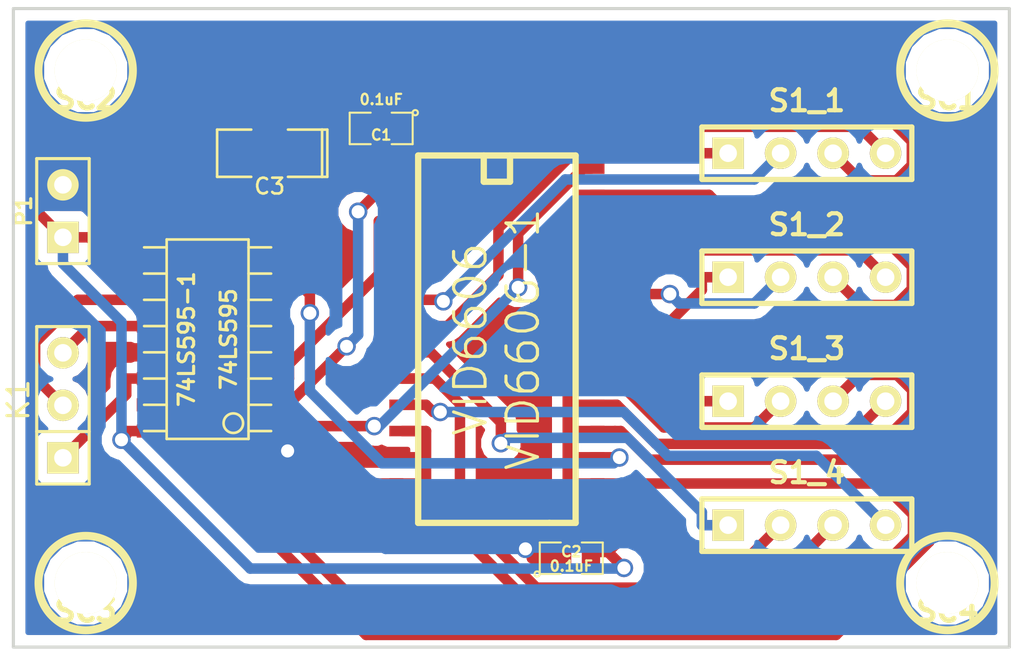
<source format=kicad_pcb>
(kicad_pcb (version 3) (host pcbnew "(2013-07-07 BZR 4022)-stable")

  (general
    (links 41)
    (no_connects 0)
    (area 158.9532 88.58504 208.567666 120.726201)
    (thickness 1.6)
    (drawings 4)
    (tracks 237)
    (zones 0)
    (modules 15)
    (nets 30)
  )

  (page A3)
  (layers
    (15 F.Cu signal)
    (0 B.Cu signal)
    (16 B.Adhes user)
    (17 F.Adhes user)
    (18 B.Paste user)
    (19 F.Paste user)
    (20 B.SilkS user)
    (21 F.SilkS user)
    (22 B.Mask user)
    (23 F.Mask user)
    (24 Dwgs.User user)
    (25 Cmts.User user)
    (26 Eco1.User user)
    (27 Eco2.User user)
    (28 Edge.Cuts user)
  )

  (setup
    (last_trace_width 0.508)
    (trace_clearance 0.254)
    (zone_clearance 0.508)
    (zone_45_only no)
    (trace_min 0.254)
    (segment_width 0.2)
    (edge_width 0.15)
    (via_size 0.889)
    (via_drill 0.635)
    (via_min_size 0.889)
    (via_min_drill 0.508)
    (uvia_size 0.508)
    (uvia_drill 0.127)
    (uvias_allowed no)
    (uvia_min_size 0.508)
    (uvia_min_drill 0.127)
    (pcb_text_width 0.3)
    (pcb_text_size 1.5 1.5)
    (mod_edge_width 0.15)
    (mod_text_size 1.5 1.5)
    (mod_text_width 0.15)
    (pad_size 1.524 1.524)
    (pad_drill 0.85)
    (pad_to_mask_clearance 0.2)
    (aux_axis_origin 0 0)
    (visible_elements 7FFFFFFF)
    (pcbplotparams
      (layerselection 3178497)
      (usegerberextensions true)
      (excludeedgelayer true)
      (linewidth 0.100000)
      (plotframeref false)
      (viasonmask false)
      (mode 1)
      (useauxorigin false)
      (hpglpennumber 1)
      (hpglpenspeed 20)
      (hpglpendiameter 15)
      (hpglpenoverlay 2)
      (psnegative false)
      (psa4output false)
      (plotreference true)
      (plotvalue true)
      (plotothertext true)
      (plotinvisibletext false)
      (padsonsilk false)
      (subtractmaskfromsilk false)
      (outputformat 1)
      (mirror false)
      (drillshape 1)
      (scaleselection 1)
      (outputdirectory ""))
  )

  (net 0 "")
  (net 1 /RCLK1)
  (net 2 GND)
  (net 3 N-0000014)
  (net 4 N-0000015)
  (net 5 N-0000016)
  (net 6 N-0000017)
  (net 7 N-0000018)
  (net 8 N-0000019)
  (net 9 N-0000020)
  (net 10 N-0000021)
  (net 11 N-0000022)
  (net 12 N-0000023)
  (net 13 N-0000024)
  (net 14 N-0000025)
  (net 15 N-0000026)
  (net 16 N-0000027)
  (net 17 N-0000028)
  (net 18 N-0000029)
  (net 19 N-000003)
  (net 20 N-0000030)
  (net 21 N-0000031)
  (net 22 N-0000032)
  (net 23 N-0000033)
  (net 24 N-0000034)
  (net 25 N-000004)
  (net 26 N-000005)
  (net 27 N-000006)
  (net 28 N-000007)
  (net 29 VCC)

  (net_class Default "This is the default net class."
    (clearance 0.254)
    (trace_width 0.508)
    (via_dia 0.889)
    (via_drill 0.635)
    (uvia_dia 0.508)
    (uvia_drill 0.127)
    (add_net "")
    (add_net /RCLK1)
    (add_net GND)
    (add_net N-0000014)
    (add_net N-0000015)
    (add_net N-0000016)
    (add_net N-0000017)
    (add_net N-0000018)
    (add_net N-0000019)
    (add_net N-0000020)
    (add_net N-0000021)
    (add_net N-0000022)
    (add_net N-0000023)
    (add_net N-0000024)
    (add_net N-0000025)
    (add_net N-0000026)
    (add_net N-0000027)
    (add_net N-0000028)
    (add_net N-0000029)
    (add_net N-000003)
    (add_net N-0000030)
    (add_net N-0000031)
    (add_net N-0000032)
    (add_net N-0000033)
    (add_net N-0000034)
    (add_net N-000004)
    (add_net N-000005)
    (add_net N-000006)
    (add_net N-000007)
    (add_net VCC)
  )

  (module so-16 (layer F.Cu) (tedit 48A6B110) (tstamp 5358A617)
    (at 169 105 90)
    (descr SO-16)
    (path /52592156)
    (attr smd)
    (fp_text reference 74LS595-1 (at 0 -1.016 90) (layer F.SilkS)
      (effects (font (size 0.7493 0.7493) (thickness 0.14986)))
    )
    (fp_text value 74LS595 (at 0 1.016 90) (layer F.SilkS)
      (effects (font (size 0.7493 0.7493) (thickness 0.14986)))
    )
    (fp_line (start -1.905 -1.9812) (end -1.905 -3.0734) (layer F.SilkS) (width 0.127))
    (fp_line (start -0.635 -1.9812) (end -0.635 -3.0734) (layer F.SilkS) (width 0.127))
    (fp_line (start 0.635 -1.9812) (end 0.635 -3.0734) (layer F.SilkS) (width 0.127))
    (fp_line (start -3.175 -1.9812) (end -3.175 -3.0734) (layer F.SilkS) (width 0.127))
    (fp_line (start -4.445 -3.0734) (end -4.445 -1.9812) (layer F.SilkS) (width 0.127))
    (fp_line (start 1.905 -3.0734) (end 1.905 -1.9812) (layer F.SilkS) (width 0.127))
    (fp_line (start 3.175 -3.0734) (end 3.175 -1.9812) (layer F.SilkS) (width 0.127))
    (fp_line (start 4.445 -3.0734) (end 4.445 -1.9812) (layer F.SilkS) (width 0.127))
    (fp_line (start 4.445 1.9812) (end 4.445 3.0734) (layer F.SilkS) (width 0.127))
    (fp_line (start 3.175 1.9812) (end 3.175 3.0734) (layer F.SilkS) (width 0.127))
    (fp_line (start 1.905 1.9812) (end 1.905 3.0734) (layer F.SilkS) (width 0.127))
    (fp_line (start -4.445 1.9812) (end -4.445 3.0734) (layer F.SilkS) (width 0.127))
    (fp_line (start -3.175 3.0734) (end -3.175 1.9812) (layer F.SilkS) (width 0.127))
    (fp_line (start 0.635 3.0734) (end 0.635 1.9812) (layer F.SilkS) (width 0.127))
    (fp_line (start -0.635 3.0734) (end -0.635 1.9812) (layer F.SilkS) (width 0.127))
    (fp_line (start -1.905 3.0734) (end -1.905 1.9812) (layer F.SilkS) (width 0.127))
    (fp_circle (center -4.064 1.2446) (end -4.3434 1.6256) (layer F.SilkS) (width 0.127))
    (fp_line (start -4.826 -1.9812) (end -4.826 1.9812) (layer F.SilkS) (width 0.127))
    (fp_line (start -4.826 1.9812) (end 4.826 1.9812) (layer F.SilkS) (width 0.127))
    (fp_line (start 4.826 1.9812) (end 4.826 -1.9812) (layer F.SilkS) (width 0.127))
    (fp_line (start 4.826 -1.9812) (end -4.826 -1.9812) (layer F.SilkS) (width 0.127))
    (pad 1 smd rect (at -4.445 2.794 90) (size 0.635 1.27)
      (layers F.Cu F.Paste F.Mask)
      (net 15 N-0000026)
    )
    (pad 2 smd rect (at -3.175 2.794 90) (size 0.635 1.27)
      (layers F.Cu F.Paste F.Mask)
      (net 20 N-0000030)
    )
    (pad 3 smd rect (at -1.905 2.794 90) (size 0.635 1.27)
      (layers F.Cu F.Paste F.Mask)
      (net 21 N-0000031)
    )
    (pad 4 smd rect (at -0.635 2.794 90) (size 0.635 1.27)
      (layers F.Cu F.Paste F.Mask)
      (net 8 N-0000019)
    )
    (pad 5 smd rect (at 0.635 2.794 90) (size 0.635 1.27)
      (layers F.Cu F.Paste F.Mask)
      (net 27 N-000006)
    )
    (pad 6 smd rect (at 1.905 2.794 90) (size 0.635 1.27)
      (layers F.Cu F.Paste F.Mask)
      (net 28 N-000007)
    )
    (pad 7 smd rect (at 3.175 2.794 90) (size 0.635 1.27)
      (layers F.Cu F.Paste F.Mask)
      (net 25 N-000004)
    )
    (pad 8 smd rect (at 4.445 2.794 90) (size 0.635 1.27)
      (layers F.Cu F.Paste F.Mask)
      (net 2 GND)
    )
    (pad 9 smd rect (at 4.445 -2.794 90) (size 0.635 1.27)
      (layers F.Cu F.Paste F.Mask)
    )
    (pad 10 smd rect (at 3.175 -2.794 90) (size 0.635 1.27)
      (layers F.Cu F.Paste F.Mask)
      (net 29 VCC)
    )
    (pad 11 smd rect (at 1.905 -2.794 90) (size 0.635 1.27)
      (layers F.Cu F.Paste F.Mask)
      (net 26 N-000005)
    )
    (pad 12 smd rect (at 0.635 -2.794 90) (size 0.635 1.27)
      (layers F.Cu F.Paste F.Mask)
      (net 1 /RCLK1)
    )
    (pad 13 smd rect (at -0.635 -2.794 90) (size 0.635 1.27)
      (layers F.Cu F.Paste F.Mask)
      (net 2 GND)
    )
    (pad 14 smd rect (at -1.905 -2.794 90) (size 0.635 1.27)
      (layers F.Cu F.Paste F.Mask)
      (net 19 N-000003)
    )
    (pad 15 smd rect (at -3.175 -2.794 90) (size 0.635 1.27)
      (layers F.Cu F.Paste F.Mask)
      (net 13 N-0000024)
    )
    (pad 16 smd rect (at -4.445 -2.794 90) (size 0.635 1.27)
      (layers F.Cu F.Paste F.Mask)
      (net 29 VCC)
    )
    (model smd/smd_dil/so-16.wrl
      (at (xyz 0 0 0))
      (scale (xyz 1 1 1))
      (rotate (xyz 0 0 0))
    )
  )

  (module PIN_ARRAY_4x1 (layer F.Cu) (tedit 5358B128) (tstamp 5358A64A)
    (at 198 96)
    (descr "Double rangee de contacts 2 x 5 pins")
    (tags CONN)
    (path /52500EA9)
    (fp_text reference S1_1 (at 0 -2.54) (layer F.SilkS)
      (effects (font (size 1.016 1.016) (thickness 0.2032)))
    )
    (fp_text value CONN_4 (at 0 2.54) (layer F.SilkS) hide
      (effects (font (size 1.016 1.016) (thickness 0.2032)))
    )
    (fp_line (start 5.08 1.27) (end -5.08 1.27) (layer F.SilkS) (width 0.254))
    (fp_line (start 5.08 -1.27) (end -5.08 -1.27) (layer F.SilkS) (width 0.254))
    (fp_line (start -5.08 -1.27) (end -5.08 1.27) (layer F.SilkS) (width 0.254))
    (fp_line (start 5.08 1.27) (end 5.08 -1.27) (layer F.SilkS) (width 0.254))
    (pad 1 thru_hole rect (at -3.81 0) (size 1.524 1.524) (drill 0.85)
      (layers *.Cu *.Mask F.SilkS)
      (net 17 N-0000028)
    )
    (pad 2 thru_hole circle (at -1.27 0) (size 1.524 1.524) (drill 0.85)
      (layers *.Cu *.Mask F.SilkS)
      (net 18 N-0000029)
    )
    (pad 3 thru_hole circle (at 1.27 0) (size 1.524 1.524) (drill 0.85)
      (layers *.Cu *.Mask F.SilkS)
      (net 22 N-0000032)
    )
    (pad 4 thru_hole circle (at 3.81 0) (size 1.524 1.524) (drill 0.85)
      (layers *.Cu *.Mask F.SilkS)
      (net 23 N-0000033)
    )
    (model pin_array\pins_array_4x1.wrl
      (at (xyz 0 0 0))
      (scale (xyz 1 1 1))
      (rotate (xyz 0 0 0))
    )
  )

  (module PIN_ARRAY_4x1 (layer F.Cu) (tedit 4C10F42E) (tstamp 5358A656)
    (at 198 102)
    (descr "Double rangee de contacts 2 x 5 pins")
    (tags CONN)
    (path /52500EB8)
    (fp_text reference S1_2 (at 0 -2.54) (layer F.SilkS)
      (effects (font (size 1.016 1.016) (thickness 0.2032)))
    )
    (fp_text value CONN_4 (at 0 2.54) (layer F.SilkS) hide
      (effects (font (size 1.016 1.016) (thickness 0.2032)))
    )
    (fp_line (start 5.08 1.27) (end -5.08 1.27) (layer F.SilkS) (width 0.254))
    (fp_line (start 5.08 -1.27) (end -5.08 -1.27) (layer F.SilkS) (width 0.254))
    (fp_line (start -5.08 -1.27) (end -5.08 1.27) (layer F.SilkS) (width 0.254))
    (fp_line (start 5.08 1.27) (end 5.08 -1.27) (layer F.SilkS) (width 0.254))
    (pad 1 thru_hole rect (at -3.81 0) (size 1.524 1.524) (drill 0.85)
      (layers *.Cu *.Mask F.SilkS)
      (net 7 N-0000018)
    )
    (pad 2 thru_hole circle (at -1.27 0) (size 1.524 1.524) (drill 0.85)
      (layers *.Cu *.Mask F.SilkS)
      (net 9 N-0000020)
    )
    (pad 3 thru_hole circle (at 1.27 0) (size 1.524 1.524) (drill 0.85)
      (layers *.Cu *.Mask F.SilkS)
      (net 11 N-0000022)
    )
    (pad 4 thru_hole circle (at 3.81 0) (size 1.524 1.524) (drill 0.85)
      (layers *.Cu *.Mask F.SilkS)
      (net 10 N-0000021)
    )
    (model pin_array\pins_array_4x1.wrl
      (at (xyz 0 0 0))
      (scale (xyz 1 1 1))
      (rotate (xyz 0 0 0))
    )
  )

  (module PIN_ARRAY_4x1 (layer F.Cu) (tedit 5358B102) (tstamp 5358A662)
    (at 198 108)
    (descr "Double rangee de contacts 2 x 5 pins")
    (tags CONN)
    (path /52500EC7)
    (fp_text reference S1_3 (at 0 -2.54) (layer F.SilkS)
      (effects (font (size 1.016 1.016) (thickness 0.2032)))
    )
    (fp_text value CONN_4 (at 0 2.54) (layer F.SilkS) hide
      (effects (font (size 1.016 1.016) (thickness 0.2032)))
    )
    (fp_line (start 5.08 1.27) (end -5.08 1.27) (layer F.SilkS) (width 0.254))
    (fp_line (start 5.08 -1.27) (end -5.08 -1.27) (layer F.SilkS) (width 0.254))
    (fp_line (start -5.08 -1.27) (end -5.08 1.27) (layer F.SilkS) (width 0.254))
    (fp_line (start 5.08 1.27) (end 5.08 -1.27) (layer F.SilkS) (width 0.254))
    (pad 1 thru_hole rect (at -3.81 0) (size 1.524 1.524) (drill 0.85)
      (layers *.Cu *.Mask F.SilkS)
      (net 6 N-0000017)
    )
    (pad 2 thru_hole circle (at -1.27 0) (size 1.524 1.524) (drill 0.85)
      (layers *.Cu *.Mask F.SilkS)
      (net 4 N-0000015)
    )
    (pad 3 thru_hole circle (at 1.27 0) (size 1.524 1.524) (drill 0.85)
      (layers *.Cu *.Mask F.SilkS)
      (net 14 N-0000025)
    )
    (pad 4 thru_hole circle (at 3.81 0) (size 1.524 1.524) (drill 0.85)
      (layers *.Cu *.Mask F.SilkS)
      (net 16 N-0000027)
    )
    (model pin_array\pins_array_4x1.wrl
      (at (xyz 0 0 0))
      (scale (xyz 1 1 1))
      (rotate (xyz 0 0 0))
    )
  )

  (module PIN_ARRAY_4x1 (layer F.Cu) (tedit 4C10F42E) (tstamp 5358A66E)
    (at 198 114)
    (descr "Double rangee de contacts 2 x 5 pins")
    (tags CONN)
    (path /52500ED6)
    (fp_text reference S1_4 (at 0 -2.54) (layer F.SilkS)
      (effects (font (size 1.016 1.016) (thickness 0.2032)))
    )
    (fp_text value CONN_4 (at 0 2.54) (layer F.SilkS) hide
      (effects (font (size 1.016 1.016) (thickness 0.2032)))
    )
    (fp_line (start 5.08 1.27) (end -5.08 1.27) (layer F.SilkS) (width 0.254))
    (fp_line (start 5.08 -1.27) (end -5.08 -1.27) (layer F.SilkS) (width 0.254))
    (fp_line (start -5.08 -1.27) (end -5.08 1.27) (layer F.SilkS) (width 0.254))
    (fp_line (start 5.08 1.27) (end 5.08 -1.27) (layer F.SilkS) (width 0.254))
    (pad 1 thru_hole rect (at -3.81 0) (size 1.524 1.524) (drill 0.85)
      (layers *.Cu *.Mask F.SilkS)
      (net 24 N-0000034)
    )
    (pad 2 thru_hole circle (at -1.27 0) (size 1.524 1.524) (drill 0.85)
      (layers *.Cu *.Mask F.SilkS)
      (net 12 N-0000023)
    )
    (pad 3 thru_hole circle (at 1.27 0) (size 1.524 1.524) (drill 0.85)
      (layers *.Cu *.Mask F.SilkS)
      (net 5 N-0000016)
    )
    (pad 4 thru_hole circle (at 3.81 0) (size 1.524 1.524) (drill 0.85)
      (layers *.Cu *.Mask F.SilkS)
      (net 3 N-0000014)
    )
    (model pin_array\pins_array_4x1.wrl
      (at (xyz 0 0 0))
      (scale (xyz 1 1 1))
      (rotate (xyz 0 0 0))
    )
  )

  (module PIN_ARRAY_3X1 (layer F.Cu) (tedit 5358B13A) (tstamp 5358A67A)
    (at 162 108.2 90)
    (descr "Connecteur 3 pins")
    (tags "CONN DEV")
    (path /5358A667)
    (fp_text reference K1 (at 0.254 -2.159 90) (layer F.SilkS)
      (effects (font (size 1.016 1.016) (thickness 0.1524)))
    )
    (fp_text value CONN_3 (at 0 -2.159 90) (layer F.SilkS) hide
      (effects (font (size 1.016 1.016) (thickness 0.1524)))
    )
    (fp_line (start -3.81 1.27) (end -3.81 -1.27) (layer F.SilkS) (width 0.1524))
    (fp_line (start -3.81 -1.27) (end 3.81 -1.27) (layer F.SilkS) (width 0.1524))
    (fp_line (start 3.81 -1.27) (end 3.81 1.27) (layer F.SilkS) (width 0.1524))
    (fp_line (start 3.81 1.27) (end -3.81 1.27) (layer F.SilkS) (width 0.1524))
    (fp_line (start -1.27 -1.27) (end -1.27 1.27) (layer F.SilkS) (width 0.1524))
    (pad 1 thru_hole rect (at -2.54 0 90) (size 1.524 1.524) (drill 0.85)
      (layers *.Cu *.Mask F.SilkS)
      (net 19 N-000003)
    )
    (pad 2 thru_hole circle (at 0 0 90) (size 1.524 1.524) (drill 0.85)
      (layers *.Cu *.Mask F.SilkS)
      (net 26 N-000005)
    )
    (pad 3 thru_hole circle (at 2.54 0 90) (size 1.524 1.524) (drill 0.85)
      (layers *.Cu *.Mask F.SilkS)
      (net 1 /RCLK1)
    )
    (model pin_array/pins_array_3x1.wrl
      (at (xyz 0 0 0))
      (scale (xyz 1 1 1))
      (rotate (xyz 0 0 0))
    )
  )

  (module SO28 (layer F.Cu) (tedit 428070DF) (tstamp 5358A5EE)
    (at 183 105 270)
    (descr "Module CMS SO 28 pins large")
    (tags "CMS SOJ SO SOIC")
    (path /5254BB57)
    (attr smd)
    (fp_text reference VID6606-1 (at 0 -1.26492 270) (layer F.SilkS)
      (effects (font (size 1.524 1.524) (thickness 0.1524)))
    )
    (fp_text value VID6606 (at 0 1.27 270) (layer F.SilkS)
      (effects (font (size 1.524 1.524) (thickness 0.1524)))
    )
    (fp_line (start 8.89 -2.54) (end 8.89 3.81) (layer F.SilkS) (width 0.3048))
    (fp_line (start 8.89 3.81) (end -8.89 3.81) (layer F.SilkS) (width 0.3048))
    (fp_line (start -8.89 3.81) (end -8.89 -3.81) (layer F.SilkS) (width 0.3048))
    (fp_line (start -8.89 -3.81) (end 8.89 -3.81) (layer F.SilkS) (width 0.3048))
    (fp_line (start 8.89 -3.81) (end 8.89 -2.54) (layer F.SilkS) (width 0.3048))
    (fp_line (start -8.89 -0.635) (end -7.62 -0.635) (layer F.SilkS) (width 0.3048))
    (fp_line (start -7.62 -0.635) (end -7.62 0.635) (layer F.SilkS) (width 0.3048))
    (fp_line (start -7.62 0.635) (end -8.89 0.635) (layer F.SilkS) (width 0.3048))
    (pad 1 smd rect (at -8.255 4.572 270) (size 0.508 1.27)
      (layers F.Cu F.Paste F.Mask)
      (net 29 VCC)
    )
    (pad 2 smd rect (at -6.985 4.572 270) (size 0.508 1.27)
      (layers F.Cu F.Paste F.Mask)
      (net 20 N-0000030)
    )
    (pad 3 smd rect (at -5.715 4.572 270) (size 0.508 1.27)
      (layers F.Cu F.Paste F.Mask)
      (net 21 N-0000031)
    )
    (pad 4 smd rect (at -4.445 4.572 270) (size 0.508 1.27)
      (layers F.Cu F.Paste F.Mask)
      (net 22 N-0000032)
    )
    (pad 5 smd rect (at -3.175 4.572 270) (size 0.508 1.27)
      (layers F.Cu F.Paste F.Mask)
      (net 23 N-0000033)
    )
    (pad 6 smd rect (at -1.905 4.572 270) (size 0.508 1.27)
      (layers F.Cu F.Paste F.Mask)
      (net 18 N-0000029)
    )
    (pad 7 smd rect (at -0.635 4.572 270) (size 0.508 1.27)
      (layers F.Cu F.Paste F.Mask)
      (net 17 N-0000028)
    )
    (pad 8 smd rect (at 0.635 4.572 270) (size 0.508 1.27)
      (layers F.Cu F.Paste F.Mask)
      (net 24 N-0000034)
    )
    (pad 9 smd rect (at 1.905 4.572 270) (size 0.508 1.27)
      (layers F.Cu F.Paste F.Mask)
      (net 12 N-0000023)
    )
    (pad 10 smd rect (at 3.175 4.572 270) (size 0.508 1.27)
      (layers F.Cu F.Paste F.Mask)
      (net 3 N-0000014)
    )
    (pad 11 smd rect (at 4.445 4.572 270) (size 0.508 1.27)
      (layers F.Cu F.Paste F.Mask)
      (net 5 N-0000016)
    )
    (pad 12 smd rect (at 5.715 4.572 270) (size 0.508 1.27)
      (layers F.Cu F.Paste F.Mask)
      (net 2 GND)
    )
    (pad 13 smd rect (at 6.985 4.572 270) (size 0.508 1.27)
      (layers F.Cu F.Paste F.Mask)
      (net 8 N-0000019)
    )
    (pad 14 smd rect (at 8.255 4.572 270) (size 0.508 1.27)
      (layers F.Cu F.Paste F.Mask)
      (net 27 N-000006)
    )
    (pad 15 smd rect (at 8.255 -4.572 270) (size 0.508 1.27)
      (layers F.Cu F.Paste F.Mask)
      (net 29 VCC)
    )
    (pad 16 smd rect (at 6.985 -4.572 270) (size 0.508 1.27)
      (layers F.Cu F.Paste F.Mask)
      (net 28 N-000007)
    )
    (pad 17 smd rect (at 5.715 -4.572 270) (size 0.508 1.27)
      (layers F.Cu F.Paste F.Mask)
      (net 25 N-000004)
    )
    (pad 18 smd rect (at 4.445 -4.572 270) (size 0.508 1.27)
      (layers F.Cu F.Paste F.Mask)
      (net 14 N-0000025)
    )
    (pad 19 smd rect (at 3.175 -4.572 270) (size 0.508 1.27)
      (layers F.Cu F.Paste F.Mask)
      (net 16 N-0000027)
    )
    (pad 20 smd rect (at 1.905 -4.572 270) (size 0.508 1.27)
      (layers F.Cu F.Paste F.Mask)
      (net 4 N-0000015)
    )
    (pad 21 smd rect (at 0.635 -4.572 270) (size 0.508 1.27)
      (layers F.Cu F.Paste F.Mask)
      (net 6 N-0000017)
    )
    (pad 22 smd rect (at -0.635 -4.572 270) (size 0.508 1.27)
      (layers F.Cu F.Paste F.Mask)
      (net 7 N-0000018)
    )
    (pad 23 smd rect (at -1.905 -4.572 270) (size 0.508 1.27)
      (layers F.Cu F.Paste F.Mask)
      (net 9 N-0000020)
    )
    (pad 24 smd rect (at -3.175 -4.572 270) (size 0.508 1.27)
      (layers F.Cu F.Paste F.Mask)
      (net 10 N-0000021)
    )
    (pad 25 smd rect (at -4.445 -4.572 270) (size 0.508 1.27)
      (layers F.Cu F.Paste F.Mask)
      (net 11 N-0000022)
    )
    (pad 26 smd rect (at -5.715 -4.572 270) (size 0.508 1.27)
      (layers F.Cu F.Paste F.Mask)
      (net 29 VCC)
    )
    (pad 27 smd rect (at -6.985 -4.572 270) (size 0.508 1.27)
      (layers F.Cu F.Paste F.Mask)
      (net 13 N-0000024)
    )
    (pad 28 smd rect (at -8.255 -4.572 270) (size 0.508 1.27)
      (layers F.Cu F.Paste F.Mask)
      (net 15 N-0000026)
    )
    (model smd/cms_soj28.wrl
      (at (xyz 0 0 0))
      (scale (xyz 0.5 0.55 0.5))
      (rotate (xyz 0 0 0))
    )
  )

  (module PIN_ARRAY_2X1 (layer F.Cu) (tedit 542229F8) (tstamp 5358A967)
    (at 162 98.8 90)
    (descr "Connecteurs 2 pins")
    (tags "CONN DEV")
    (path /5358A82C)
    (fp_text reference P1 (at 0 -1.905 90) (layer F.SilkS)
      (effects (font (size 0.762 0.762) (thickness 0.1524)))
    )
    (fp_text value CONN_2 (at 0 -1.905 90) (layer F.SilkS) hide
      (effects (font (size 0.762 0.762) (thickness 0.1524)))
    )
    (fp_line (start -2.54 1.27) (end -2.54 -1.27) (layer F.SilkS) (width 0.1524))
    (fp_line (start -2.54 -1.27) (end 2.54 -1.27) (layer F.SilkS) (width 0.1524))
    (fp_line (start 2.54 -1.27) (end 2.54 1.27) (layer F.SilkS) (width 0.1524))
    (fp_line (start 2.54 1.27) (end -2.54 1.27) (layer F.SilkS) (width 0.1524))
    (pad 1 thru_hole rect (at -1.27 0 90) (size 1.524 1.524) (drill 0.85)
      (layers *.Cu *.Mask F.SilkS)
      (net 29 VCC)
    )
    (pad 2 thru_hole circle (at 1.27 0 90) (size 1.524 1.524) (drill 0.85)
      (layers *.Cu *.Mask F.SilkS)
      (net 2 GND)
    )
    (model pin_array/pins_array_2x1.wrl
      (at (xyz 0 0 0))
      (scale (xyz 1 1 1))
      (rotate (xyz 0 0 0))
    )
  )

  (module SM0805 (layer F.Cu) (tedit 5358AE57) (tstamp 5358A9E0)
    (at 186.6 115.6)
    (path /5254CE5D)
    (attr smd)
    (fp_text reference C2 (at 0 -0.3175) (layer F.SilkS)
      (effects (font (size 0.50038 0.50038) (thickness 0.10922)))
    )
    (fp_text value 0.1uF (at 0 0.381) (layer F.SilkS)
      (effects (font (size 0.50038 0.50038) (thickness 0.10922)))
    )
    (fp_circle (center -1.651 0.762) (end -1.651 0.635) (layer F.SilkS) (width 0.09906))
    (fp_line (start -0.508 0.762) (end -1.524 0.762) (layer F.SilkS) (width 0.09906))
    (fp_line (start -1.524 0.762) (end -1.524 -0.762) (layer F.SilkS) (width 0.09906))
    (fp_line (start -1.524 -0.762) (end -0.508 -0.762) (layer F.SilkS) (width 0.09906))
    (fp_line (start 0.508 -0.762) (end 1.524 -0.762) (layer F.SilkS) (width 0.09906))
    (fp_line (start 1.524 -0.762) (end 1.524 0.762) (layer F.SilkS) (width 0.09906))
    (fp_line (start 1.524 0.762) (end 0.508 0.762) (layer F.SilkS) (width 0.09906))
    (pad 1 smd rect (at -0.9525 0) (size 0.889 1.397)
      (layers F.Cu F.Paste F.Mask)
      (net 2 GND)
    )
    (pad 2 smd rect (at 0.9525 0) (size 0.889 1.397)
      (layers F.Cu F.Paste F.Mask)
      (net 29 VCC)
    )
    (model smd/chip_cms.wrl
      (at (xyz 0 0 0))
      (scale (xyz 0.1 0.1 0.1))
      (rotate (xyz 0 0 0))
    )
  )

  (module SM0805 (layer F.Cu) (tedit 5358AE30) (tstamp 5358A9ED)
    (at 177.4 94.8 180)
    (path /5254CCA3)
    (attr smd)
    (fp_text reference C1 (at 0 -0.3175 180) (layer F.SilkS)
      (effects (font (size 0.50038 0.50038) (thickness 0.10922)))
    )
    (fp_text value 0.1uF (at 0 1.4 180) (layer F.SilkS)
      (effects (font (size 0.50038 0.50038) (thickness 0.10922)))
    )
    (fp_circle (center -1.651 0.762) (end -1.651 0.635) (layer F.SilkS) (width 0.09906))
    (fp_line (start -0.508 0.762) (end -1.524 0.762) (layer F.SilkS) (width 0.09906))
    (fp_line (start -1.524 0.762) (end -1.524 -0.762) (layer F.SilkS) (width 0.09906))
    (fp_line (start -1.524 -0.762) (end -0.508 -0.762) (layer F.SilkS) (width 0.09906))
    (fp_line (start 0.508 -0.762) (end 1.524 -0.762) (layer F.SilkS) (width 0.09906))
    (fp_line (start 1.524 -0.762) (end 1.524 0.762) (layer F.SilkS) (width 0.09906))
    (fp_line (start 1.524 0.762) (end 0.508 0.762) (layer F.SilkS) (width 0.09906))
    (pad 1 smd rect (at -0.9525 0 180) (size 0.889 1.397)
      (layers F.Cu F.Paste F.Mask)
      (net 29 VCC)
    )
    (pad 2 smd rect (at 0.9525 0 180) (size 0.889 1.397)
      (layers F.Cu F.Paste F.Mask)
      (net 2 GND)
    )
    (model smd/chip_cms.wrl
      (at (xyz 0 0 0))
      (scale (xyz 0.1 0.1 0.1))
      (rotate (xyz 0 0 0))
    )
  )

  (module SM1206POL (layer F.Cu) (tedit 5344D79B) (tstamp 5358A9D3)
    (at 172 96 180)
    (path /5358AB07)
    (attr smd)
    (fp_text reference C3 (at 0 -1.6 180) (layer F.SilkS)
      (effects (font (size 0.762 0.762) (thickness 0.127)))
    )
    (fp_text value 22uF (at 0 1.8 180) (layer F.SilkS) hide
      (effects (font (size 0.762 0.762) (thickness 0.127)))
    )
    (fp_line (start -2.54 -1.143) (end -2.794 -1.143) (layer F.SilkS) (width 0.127))
    (fp_line (start -2.794 -1.143) (end -2.794 1.143) (layer F.SilkS) (width 0.127))
    (fp_line (start -2.794 1.143) (end -2.54 1.143) (layer F.SilkS) (width 0.127))
    (fp_line (start -2.54 -1.143) (end -2.54 1.143) (layer F.SilkS) (width 0.127))
    (fp_line (start -2.54 1.143) (end -0.889 1.143) (layer F.SilkS) (width 0.127))
    (fp_line (start 0.889 -1.143) (end 2.54 -1.143) (layer F.SilkS) (width 0.127))
    (fp_line (start 2.54 -1.143) (end 2.54 1.143) (layer F.SilkS) (width 0.127))
    (fp_line (start 2.54 1.143) (end 0.889 1.143) (layer F.SilkS) (width 0.127))
    (fp_line (start -0.889 -1.143) (end -2.54 -1.143) (layer F.SilkS) (width 0.127))
    (pad 1 smd rect (at -1.651 0 180) (size 1.524 2.032)
      (layers F.Cu F.Paste F.Mask)
      (net 29 VCC)
    )
    (pad 2 smd rect (at 1.651 0 180) (size 1.524 2.032)
      (layers F.Cu F.Paste F.Mask)
      (net 2 GND)
    )
    (model smd/chip_cms_pol.wrl
      (at (xyz 0 0 0))
      (scale (xyz 0.17 0.16 0.16))
      (rotate (xyz 0 0 0))
    )
  )

  (module 3mmHole (layer F.Cu) (tedit 5358B40A) (tstamp 5358B27A)
    (at 204.8 116.8)
    (descr "module 1 pin (ou trou mecanique de percage)")
    (tags DEV)
    (path /5358B347)
    (fp_text reference SC4 (at 0 1.35) (layer F.SilkS)
      (effects (font (size 1.016 1.016) (thickness 0.254)))
    )
    (fp_text value CONN_1 (at 0 2.794) (layer F.SilkS) hide
      (effects (font (size 1.016 1.016) (thickness 0.254)))
    )
    (fp_circle (center 0 0) (end 0 -2.286) (layer F.SilkS) (width 0.381))
    (pad "" np_thru_hole circle (at 0 0) (size 3 3) (drill 3)
      (layers *.Cu *.Mask F.SilkS)
    )
  )

  (module 3mmHole (layer F.Cu) (tedit 5358B40A) (tstamp 5358B274)
    (at 163.1 116.8)
    (descr "module 1 pin (ou trou mecanique de percage)")
    (tags DEV)
    (path /5358B341)
    (fp_text reference SC3 (at 0 1.35) (layer F.SilkS)
      (effects (font (size 1.016 1.016) (thickness 0.254)))
    )
    (fp_text value CONN_1 (at 0 2.794) (layer F.SilkS) hide
      (effects (font (size 1.016 1.016) (thickness 0.254)))
    )
    (fp_circle (center 0 0) (end 0 -2.286) (layer F.SilkS) (width 0.381))
    (pad "" np_thru_hole circle (at 0 0) (size 3 3) (drill 3)
      (layers *.Cu *.Mask F.SilkS)
    )
  )

  (module 3mmHole (layer F.Cu) (tedit 5358B40A) (tstamp 5358B26E)
    (at 163.1 92)
    (descr "module 1 pin (ou trou mecanique de percage)")
    (tags DEV)
    (path /5358B33B)
    (fp_text reference SC2 (at 0 1.35) (layer F.SilkS)
      (effects (font (size 1.016 1.016) (thickness 0.254)))
    )
    (fp_text value CONN_1 (at 0 2.794) (layer F.SilkS) hide
      (effects (font (size 1.016 1.016) (thickness 0.254)))
    )
    (fp_circle (center 0 0) (end 0 -2.286) (layer F.SilkS) (width 0.381))
    (pad "" np_thru_hole circle (at 0 0) (size 3 3) (drill 3)
      (layers *.Cu *.Mask F.SilkS)
    )
  )

  (module 3mmHole (layer F.Cu) (tedit 5358B40A) (tstamp 5358B268)
    (at 204.8 92)
    (descr "module 1 pin (ou trou mecanique de percage)")
    (tags DEV)
    (path /5358B32E)
    (fp_text reference SC1 (at 0 1.35) (layer F.SilkS)
      (effects (font (size 1.016 1.016) (thickness 0.254)))
    )
    (fp_text value CONN_1 (at 0 2.794) (layer F.SilkS) hide
      (effects (font (size 1.016 1.016) (thickness 0.254)))
    )
    (fp_circle (center 0 0) (end 0 -2.286) (layer F.SilkS) (width 0.381))
    (pad "" np_thru_hole circle (at 0 0) (size 3 3) (drill 3)
      (layers *.Cu *.Mask F.SilkS)
    )
  )

  (gr_line (start 159.6 89) (end 207.8 89) (angle 90) (layer Edge.Cuts) (width 0.15))
  (gr_line (start 159.6 119.9) (end 207.8 119.9) (angle 90) (layer Edge.Cuts) (width 0.15))
  (gr_line (start 159.6 119.9) (end 159.6 89) (angle 90) (layer Edge.Cuts) (width 0.15))
  (gr_line (start 207.8 89) (end 207.8 119.9) (angle 90) (layer Edge.Cuts) (width 0.15))

  (segment (start 163.295 104.365) (end 166.206 104.365) (width 0.508) (layer F.Cu) (net 1))
  (segment (start 162 105.66) (end 163.295 104.365) (width 0.508) (layer F.Cu) (net 1))
  (via (at 172.8713 110.4066) (size 0.889) (layers F.Cu B.Cu) (net 2))
  (via (at 184.3827 115.1473) (size 0.889) (layers F.Cu B.Cu) (net 2))
  (segment (start 176.4475 94.8) (end 175.4947 94.8) (width 0.508) (layer F.Cu) (net 2))
  (segment (start 175.1703 94.4756) (end 175.4947 94.8) (width 0.508) (layer F.Cu) (net 2))
  (segment (start 172.6673 94.4756) (end 175.1703 94.4756) (width 0.508) (layer F.Cu) (net 2))
  (segment (start 171.6193 95.5236) (end 172.6673 94.4756) (width 0.508) (layer F.Cu) (net 2))
  (segment (start 171.6193 96) (end 171.6193 95.5236) (width 0.508) (layer F.Cu) (net 2))
  (segment (start 170.349 96) (end 171.6193 96) (width 0.508) (layer F.Cu) (net 2))
  (segment (start 170.349 96) (end 169.0787 96) (width 0.508) (layer F.Cu) (net 2))
  (segment (start 162 97.53) (end 167.6257 97.53) (width 0.508) (layer F.Cu) (net 2))
  (segment (start 167.6257 97.453) (end 169.0787 96) (width 0.508) (layer F.Cu) (net 2))
  (segment (start 167.6257 97.53) (end 167.6257 97.453) (width 0.508) (layer F.Cu) (net 2))
  (segment (start 167.6257 97.53) (end 170.6507 100.555) (width 0.508) (layer F.Cu) (net 2))
  (segment (start 171.794 100.555) (end 170.6507 100.555) (width 0.508) (layer F.Cu) (net 2))
  (segment (start 167.3493 103.8564) (end 170.6507 100.555) (width 0.508) (layer F.Cu) (net 2))
  (segment (start 167.3493 105.635) (end 167.3493 103.8564) (width 0.508) (layer F.Cu) (net 2))
  (segment (start 166.206 105.635) (end 167.3493 105.635) (width 0.508) (layer F.Cu) (net 2))
  (segment (start 172.8713 108.4013) (end 172.8713 110.4066) (width 0.508) (layer B.Cu) (net 2))
  (segment (start 162 97.53) (end 172.8713 108.4013) (width 0.508) (layer B.Cu) (net 2))
  (segment (start 176.9763 110.4066) (end 177.2847 110.715) (width 0.508) (layer F.Cu) (net 2))
  (segment (start 172.8713 110.4066) (end 176.9763 110.4066) (width 0.508) (layer F.Cu) (net 2))
  (segment (start 178.428 110.715) (end 177.2847 110.715) (width 0.508) (layer F.Cu) (net 2))
  (segment (start 177.612 115.1473) (end 184.3827 115.1473) (width 0.508) (layer B.Cu) (net 2))
  (segment (start 172.8713 110.4066) (end 177.612 115.1473) (width 0.508) (layer B.Cu) (net 2))
  (segment (start 184.6947 115.4593) (end 184.6947 115.6) (width 0.508) (layer F.Cu) (net 2))
  (segment (start 184.3827 115.1473) (end 184.6947 115.4593) (width 0.508) (layer F.Cu) (net 2))
  (segment (start 185.6475 115.6) (end 184.6947 115.6) (width 0.508) (layer F.Cu) (net 2))
  (via (at 180.2597 108.5236) (size 0.889) (layers F.Cu B.Cu) (net 3))
  (segment (start 179.9199 108.5236) (end 180.2597 108.5236) (width 0.508) (layer F.Cu) (net 3))
  (segment (start 179.5713 108.175) (end 179.9199 108.5236) (width 0.508) (layer F.Cu) (net 3))
  (segment (start 178.428 108.175) (end 179.5713 108.175) (width 0.508) (layer F.Cu) (net 3))
  (segment (start 189.1491 108.5236) (end 180.2597 108.5236) (width 0.508) (layer B.Cu) (net 3))
  (segment (start 191.2701 110.6446) (end 189.1491 108.5236) (width 0.508) (layer B.Cu) (net 3))
  (segment (start 198.4546 110.6446) (end 191.2701 110.6446) (width 0.508) (layer B.Cu) (net 3))
  (segment (start 201.81 114) (end 198.4546 110.6446) (width 0.508) (layer B.Cu) (net 3))
  (segment (start 187.572 106.905) (end 188.7153 106.905) (width 0.508) (layer F.Cu) (net 4))
  (segment (start 191.0807 109.2704) (end 188.7153 106.905) (width 0.508) (layer F.Cu) (net 4))
  (segment (start 195.4596 109.2704) (end 191.0807 109.2704) (width 0.508) (layer F.Cu) (net 4))
  (segment (start 196.73 108) (end 195.4596 109.2704) (width 0.508) (layer F.Cu) (net 4))
  (segment (start 178.428 109.445) (end 179.5713 109.445) (width 0.508) (layer F.Cu) (net 5))
  (segment (start 195.4837 117.7863) (end 199.27 114) (width 0.508) (layer F.Cu) (net 5))
  (segment (start 184.5963 117.7863) (end 195.4837 117.7863) (width 0.508) (layer F.Cu) (net 5))
  (segment (start 179.5713 112.7613) (end 184.5963 117.7863) (width 0.508) (layer F.Cu) (net 5))
  (segment (start 179.5713 109.445) (end 179.5713 112.7613) (width 0.508) (layer F.Cu) (net 5))
  (segment (start 190.5547 105.635) (end 192.9197 108) (width 0.508) (layer F.Cu) (net 6))
  (segment (start 187.572 105.635) (end 190.5547 105.635) (width 0.508) (layer F.Cu) (net 6))
  (segment (start 194.19 108) (end 192.9197 108) (width 0.508) (layer F.Cu) (net 6))
  (segment (start 194.19 102) (end 192.9197 102) (width 0.508) (layer F.Cu) (net 7))
  (segment (start 192.9197 102.6139) (end 192.9197 102) (width 0.508) (layer F.Cu) (net 7))
  (segment (start 191.1686 104.365) (end 192.9197 102.6139) (width 0.508) (layer F.Cu) (net 7))
  (segment (start 187.572 104.365) (end 191.1686 104.365) (width 0.508) (layer F.Cu) (net 7))
  (segment (start 170.6507 109.9836) (end 170.6507 105.635) (width 0.508) (layer F.Cu) (net 8))
  (segment (start 172.6521 111.985) (end 170.6507 109.9836) (width 0.508) (layer F.Cu) (net 8))
  (segment (start 178.428 111.985) (end 172.6521 111.985) (width 0.508) (layer F.Cu) (net 8))
  (segment (start 171.794 105.635) (end 170.6507 105.635) (width 0.508) (layer F.Cu) (net 8))
  (via (at 191.3704 102.8157) (size 0.889) (layers F.Cu B.Cu) (net 9))
  (segment (start 188.9946 102.8157) (end 191.3704 102.8157) (width 0.508) (layer F.Cu) (net 9))
  (segment (start 188.7153 103.095) (end 188.9946 102.8157) (width 0.508) (layer F.Cu) (net 9))
  (segment (start 195.4596 103.2704) (end 196.73 102) (width 0.508) (layer B.Cu) (net 9))
  (segment (start 191.8251 103.2704) (end 195.4596 103.2704) (width 0.508) (layer B.Cu) (net 9))
  (segment (start 191.3704 102.8157) (end 191.8251 103.2704) (width 0.508) (layer B.Cu) (net 9))
  (segment (start 187.572 103.095) (end 188.7153 103.095) (width 0.508) (layer F.Cu) (net 9))
  (segment (start 200.5134 100.7034) (end 201.81 102) (width 0.508) (layer F.Cu) (net 10))
  (segment (start 191.0258 100.7034) (end 200.5134 100.7034) (width 0.508) (layer F.Cu) (net 10))
  (segment (start 189.9042 101.825) (end 191.0258 100.7034) (width 0.508) (layer F.Cu) (net 10))
  (segment (start 187.572 101.825) (end 189.9042 101.825) (width 0.508) (layer F.Cu) (net 10))
  (segment (start 200.6148 103.3448) (end 199.27 102) (width 0.508) (layer F.Cu) (net 11))
  (segment (start 202.3073 103.3448) (end 200.6148 103.3448) (width 0.508) (layer F.Cu) (net 11))
  (segment (start 203.0804 102.5717) (end 202.3073 103.3448) (width 0.508) (layer F.Cu) (net 11))
  (segment (start 203.0804 101.4738) (end 203.0804 102.5717) (width 0.508) (layer F.Cu) (net 11))
  (segment (start 201.4728 99.8662) (end 203.0804 101.4738) (width 0.508) (layer F.Cu) (net 11))
  (segment (start 189.4041 99.8662) (end 201.4728 99.8662) (width 0.508) (layer F.Cu) (net 11))
  (segment (start 188.7153 100.555) (end 189.4041 99.8662) (width 0.508) (layer F.Cu) (net 11))
  (segment (start 187.572 100.555) (end 188.7153 100.555) (width 0.508) (layer F.Cu) (net 11))
  (segment (start 178.428 106.905) (end 179.5713 106.905) (width 0.508) (layer F.Cu) (net 12))
  (segment (start 193.706 117.024) (end 196.73 114) (width 0.508) (layer F.Cu) (net 12))
  (segment (start 184.912 117.024) (end 193.706 117.024) (width 0.508) (layer F.Cu) (net 12))
  (segment (start 181.2125 113.3245) (end 184.912 117.024) (width 0.508) (layer F.Cu) (net 12))
  (segment (start 181.2125 108.1289) (end 181.2125 113.3245) (width 0.508) (layer F.Cu) (net 12))
  (segment (start 179.9886 106.905) (end 181.2125 108.1289) (width 0.508) (layer F.Cu) (net 12))
  (segment (start 179.5713 106.905) (end 179.9886 106.905) (width 0.508) (layer F.Cu) (net 12))
  (segment (start 166.206 108.175) (end 167.3493 108.175) (width 0.508) (layer F.Cu) (net 13))
  (segment (start 193.2621 98.015) (end 187.572 98.015) (width 0.508) (layer F.Cu) (net 13))
  (segment (start 194.3509 99.1038) (end 193.2621 98.015) (width 0.508) (layer F.Cu) (net 13))
  (segment (start 201.801 99.1038) (end 194.3509 99.1038) (width 0.508) (layer F.Cu) (net 13))
  (segment (start 203.9282 101.231) (end 201.801 99.1038) (width 0.508) (layer F.Cu) (net 13))
  (segment (start 203.9282 114.7985) (end 203.9282 101.231) (width 0.508) (layer F.Cu) (net 13))
  (segment (start 199.4158 119.3109) (end 203.9282 114.7985) (width 0.508) (layer F.Cu) (net 13))
  (segment (start 176.6713 119.3109) (end 199.4158 119.3109) (width 0.508) (layer F.Cu) (net 13))
  (segment (start 167.3493 109.9889) (end 176.6713 119.3109) (width 0.508) (layer F.Cu) (net 13))
  (segment (start 167.3493 108.175) (end 167.3493 109.9889) (width 0.508) (layer F.Cu) (net 13))
  (segment (start 187.572 109.445) (end 188.7153 109.445) (width 0.508) (layer F.Cu) (net 14))
  (segment (start 188.9925 109.445) (end 188.7153 109.445) (width 0.508) (layer F.Cu) (net 14))
  (segment (start 190.3782 110.8307) (end 188.9925 109.445) (width 0.508) (layer F.Cu) (net 14))
  (segment (start 200.7933 110.8307) (end 190.3782 110.8307) (width 0.508) (layer F.Cu) (net 14))
  (segment (start 203.0971 108.5269) (end 200.7933 110.8307) (width 0.508) (layer F.Cu) (net 14))
  (segment (start 203.0971 107.4657) (end 203.0971 108.5269) (width 0.508) (layer F.Cu) (net 14))
  (segment (start 202.3608 106.7294) (end 203.0971 107.4657) (width 0.508) (layer F.Cu) (net 14))
  (segment (start 200.5406 106.7294) (end 202.3608 106.7294) (width 0.508) (layer F.Cu) (net 14))
  (segment (start 199.27 108) (end 200.5406 106.7294) (width 0.508) (layer F.Cu) (net 14))
  (via (at 184.0271 102.4912) (size 0.889) (layers F.Cu B.Cu) (net 15))
  (via (at 177.0654 109.2062) (size 0.889) (layers F.Cu B.Cu) (net 15))
  (segment (start 184.0271 99.8873) (end 184.0271 102.4912) (width 0.508) (layer F.Cu) (net 15))
  (segment (start 187.1694 96.745) (end 184.0271 99.8873) (width 0.508) (layer F.Cu) (net 15))
  (segment (start 187.572 96.745) (end 187.1694 96.745) (width 0.508) (layer F.Cu) (net 15))
  (segment (start 177.3121 109.2062) (end 177.0654 109.2062) (width 0.508) (layer B.Cu) (net 15))
  (segment (start 184.0271 102.4912) (end 177.3121 109.2062) (width 0.508) (layer B.Cu) (net 15))
  (segment (start 173.1761 109.2062) (end 172.9373 109.445) (width 0.508) (layer F.Cu) (net 15))
  (segment (start 177.0654 109.2062) (end 173.1761 109.2062) (width 0.508) (layer F.Cu) (net 15))
  (segment (start 171.794 109.445) (end 172.9373 109.445) (width 0.508) (layer F.Cu) (net 15))
  (segment (start 187.572 108.175) (end 188.7153 108.175) (width 0.508) (layer F.Cu) (net 16))
  (segment (start 188.8005 108.175) (end 188.7153 108.175) (width 0.508) (layer F.Cu) (net 16))
  (segment (start 190.6938 110.0683) (end 188.8005 108.175) (width 0.508) (layer F.Cu) (net 16))
  (segment (start 199.7417 110.0683) (end 190.6938 110.0683) (width 0.508) (layer F.Cu) (net 16))
  (segment (start 201.81 108) (end 199.7417 110.0683) (width 0.508) (layer F.Cu) (net 16))
  (segment (start 194.19 96) (end 192.9197 96) (width 0.508) (layer F.Cu) (net 17))
  (segment (start 178.428 104.365) (end 179.5713 104.365) (width 0.508) (layer F.Cu) (net 17))
  (segment (start 192.8622 95.9425) (end 192.9197 96) (width 0.508) (layer F.Cu) (net 17))
  (segment (start 186.7595 95.9425) (end 192.8622 95.9425) (width 0.508) (layer F.Cu) (net 17))
  (segment (start 183.0743 99.6277) (end 186.7595 95.9425) (width 0.508) (layer F.Cu) (net 17))
  (segment (start 183.0743 101.8955) (end 183.0743 99.6277) (width 0.508) (layer F.Cu) (net 17))
  (segment (start 180.6048 104.365) (end 183.0743 101.8955) (width 0.508) (layer F.Cu) (net 17))
  (segment (start 179.5713 104.365) (end 180.6048 104.365) (width 0.508) (layer F.Cu) (net 17))
  (via (at 180.4087 103.1697) (size 0.889) (layers F.Cu B.Cu) (net 18))
  (segment (start 180.334 103.095) (end 180.4087 103.1697) (width 0.508) (layer F.Cu) (net 18))
  (segment (start 178.428 103.095) (end 180.334 103.095) (width 0.508) (layer F.Cu) (net 18))
  (segment (start 195.4596 97.2704) (end 196.73 96) (width 0.508) (layer B.Cu) (net 18))
  (segment (start 186.308 97.2704) (end 195.4596 97.2704) (width 0.508) (layer B.Cu) (net 18))
  (segment (start 180.4087 103.1697) (end 186.308 97.2704) (width 0.508) (layer B.Cu) (net 18))
  (segment (start 166.206 106.905) (end 165.0627 106.905) (width 0.508) (layer F.Cu) (net 19))
  (segment (start 165.0627 107.6773) (end 162 110.74) (width 0.508) (layer F.Cu) (net 19))
  (segment (start 165.0627 106.905) (end 165.0627 107.6773) (width 0.508) (layer F.Cu) (net 19))
  (via (at 176.2844 98.8317) (size 0.889) (layers F.Cu B.Cu) (net 20))
  (via (at 175.7256 105.3459) (size 0.889) (layers F.Cu B.Cu) (net 20))
  (segment (start 177.1011 98.015) (end 176.2844 98.8317) (width 0.508) (layer F.Cu) (net 20))
  (segment (start 178.428 98.015) (end 177.1011 98.015) (width 0.508) (layer F.Cu) (net 20))
  (segment (start 176.2844 104.7871) (end 175.7256 105.3459) (width 0.508) (layer B.Cu) (net 20))
  (segment (start 176.2844 98.8317) (end 176.2844 104.7871) (width 0.508) (layer B.Cu) (net 20))
  (segment (start 172.9373 108.1342) (end 172.9373 108.175) (width 0.508) (layer F.Cu) (net 20))
  (segment (start 175.7256 105.3459) (end 172.9373 108.1342) (width 0.508) (layer F.Cu) (net 20))
  (segment (start 171.794 108.175) (end 172.9373 108.175) (width 0.508) (layer F.Cu) (net 20))
  (segment (start 172.9373 106.2042) (end 172.9373 106.905) (width 0.508) (layer F.Cu) (net 21))
  (segment (start 177.2847 101.8568) (end 172.9373 106.2042) (width 0.508) (layer F.Cu) (net 21))
  (segment (start 177.2847 99.285) (end 177.2847 101.8568) (width 0.508) (layer F.Cu) (net 21))
  (segment (start 178.428 99.285) (end 177.2847 99.285) (width 0.508) (layer F.Cu) (net 21))
  (segment (start 171.794 106.905) (end 172.9373 106.905) (width 0.508) (layer F.Cu) (net 21))
  (segment (start 200.5846 97.3146) (end 199.27 96) (width 0.508) (layer F.Cu) (net 22))
  (segment (start 202.3408 97.3146) (end 200.5846 97.3146) (width 0.508) (layer F.Cu) (net 22))
  (segment (start 203.081 96.5744) (end 202.3408 97.3146) (width 0.508) (layer F.Cu) (net 22))
  (segment (start 203.081 95.4281) (end 203.081 96.5744) (width 0.508) (layer F.Cu) (net 22))
  (segment (start 201.582 93.9291) (end 203.081 95.4281) (width 0.508) (layer F.Cu) (net 22))
  (segment (start 186.1972 93.9291) (end 201.582 93.9291) (width 0.508) (layer F.Cu) (net 22))
  (segment (start 179.5713 100.555) (end 186.1972 93.9291) (width 0.508) (layer F.Cu) (net 22))
  (segment (start 178.428 100.555) (end 179.5713 100.555) (width 0.508) (layer F.Cu) (net 22))
  (segment (start 200.5325 94.7225) (end 201.81 96) (width 0.508) (layer F.Cu) (net 23))
  (segment (start 186.6738 94.7225) (end 200.5325 94.7225) (width 0.508) (layer F.Cu) (net 23))
  (segment (start 179.5713 101.825) (end 186.6738 94.7225) (width 0.508) (layer F.Cu) (net 23))
  (segment (start 178.428 101.825) (end 179.5713 101.825) (width 0.508) (layer F.Cu) (net 23))
  (via (at 183.192 110.034) (size 0.889) (layers F.Cu B.Cu) (net 24))
  (segment (start 194.19 114) (end 192.9197 114) (width 0.508) (layer B.Cu) (net 24))
  (segment (start 178.428 105.635) (end 179.5713 105.635) (width 0.508) (layer F.Cu) (net 24))
  (segment (start 179.7966 105.635) (end 179.5713 105.635) (width 0.508) (layer F.Cu) (net 24))
  (segment (start 183.192 109.0304) (end 179.7966 105.635) (width 0.508) (layer F.Cu) (net 24))
  (segment (start 183.192 110.034) (end 183.192 109.0304) (width 0.508) (layer F.Cu) (net 24))
  (segment (start 183.4514 109.7746) (end 183.192 110.034) (width 0.508) (layer B.Cu) (net 24))
  (segment (start 189.3221 109.7746) (end 183.4514 109.7746) (width 0.508) (layer B.Cu) (net 24))
  (segment (start 192.9197 113.3722) (end 189.3221 109.7746) (width 0.508) (layer B.Cu) (net 24))
  (segment (start 192.9197 114) (end 192.9197 113.3722) (width 0.508) (layer B.Cu) (net 24))
  (via (at 188.9274 110.7274) (size 0.889) (layers F.Cu B.Cu) (net 25))
  (via (at 173.9489 103.739) (size 0.889) (layers F.Cu B.Cu) (net 25))
  (segment (start 188.7277 110.7274) (end 188.9274 110.7274) (width 0.508) (layer F.Cu) (net 25))
  (segment (start 188.7153 110.715) (end 188.7277 110.7274) (width 0.508) (layer F.Cu) (net 25))
  (segment (start 173.9489 107.5124) (end 173.9489 103.739) (width 0.508) (layer B.Cu) (net 25))
  (segment (start 177.4411 111.0046) (end 173.9489 107.5124) (width 0.508) (layer B.Cu) (net 25))
  (segment (start 188.6502 111.0046) (end 177.4411 111.0046) (width 0.508) (layer B.Cu) (net 25))
  (segment (start 188.9274 110.7274) (end 188.6502 111.0046) (width 0.508) (layer B.Cu) (net 25))
  (segment (start 173.9489 102.8366) (end 172.9373 101.825) (width 0.508) (layer F.Cu) (net 25))
  (segment (start 173.9489 103.739) (end 173.9489 102.8366) (width 0.508) (layer F.Cu) (net 25))
  (segment (start 171.794 101.825) (end 172.9373 101.825) (width 0.508) (layer F.Cu) (net 25))
  (segment (start 187.572 110.715) (end 188.7153 110.715) (width 0.508) (layer F.Cu) (net 25))
  (segment (start 160.6538 106.8538) (end 162 108.2) (width 0.508) (layer F.Cu) (net 26))
  (segment (start 160.6538 105.1613) (end 160.6538 106.8538) (width 0.508) (layer F.Cu) (net 26))
  (segment (start 162.7201 103.095) (end 160.6538 105.1613) (width 0.508) (layer F.Cu) (net 26))
  (segment (start 166.206 103.095) (end 162.7201 103.095) (width 0.508) (layer F.Cu) (net 26))
  (segment (start 169.8857 105.13) (end 170.6507 104.365) (width 0.508) (layer F.Cu) (net 27))
  (segment (start 169.8857 110.3071) (end 169.8857 105.13) (width 0.508) (layer F.Cu) (net 27))
  (segment (start 172.8336 113.255) (end 169.8857 110.3071) (width 0.508) (layer F.Cu) (net 27))
  (segment (start 178.428 113.255) (end 172.8336 113.255) (width 0.508) (layer F.Cu) (net 27))
  (segment (start 171.794 104.365) (end 170.6507 104.365) (width 0.508) (layer F.Cu) (net 27))
  (segment (start 171.794 103.095) (end 170.6507 103.095) (width 0.508) (layer F.Cu) (net 28))
  (segment (start 201.6319 111.985) (end 187.572 111.985) (width 0.508) (layer F.Cu) (net 28))
  (segment (start 203.1336 113.4867) (end 201.6319 111.985) (width 0.508) (layer F.Cu) (net 28))
  (segment (start 203.1336 114.5149) (end 203.1336 113.4867) (width 0.508) (layer F.Cu) (net 28))
  (segment (start 199.0999 118.5486) (end 203.1336 114.5149) (width 0.508) (layer F.Cu) (net 28))
  (segment (start 177.0425 118.5486) (end 199.0999 118.5486) (width 0.508) (layer F.Cu) (net 28))
  (segment (start 169.1136 110.6197) (end 177.0425 118.5486) (width 0.508) (layer F.Cu) (net 28))
  (segment (start 169.1136 104.6321) (end 169.1136 110.6197) (width 0.508) (layer F.Cu) (net 28))
  (segment (start 170.6507 103.095) (end 169.1136 104.6321) (width 0.508) (layer F.Cu) (net 28))
  (via (at 164.8318 109.8679) (size 0.889) (layers F.Cu B.Cu) (net 29))
  (via (at 189.1485 116.0712) (size 0.889) (layers F.Cu B.Cu) (net 29))
  (segment (start 178.3525 96.6695) (end 178.428 96.745) (width 0.508) (layer F.Cu) (net 29))
  (segment (start 178.3525 96.0068) (end 178.3525 96.6695) (width 0.508) (layer F.Cu) (net 29))
  (segment (start 173.651 96) (end 174.9213 96) (width 0.508) (layer F.Cu) (net 29))
  (segment (start 174.9281 96.0068) (end 178.3525 96.0068) (width 0.508) (layer F.Cu) (net 29))
  (segment (start 174.9213 96) (end 174.9281 96.0068) (width 0.508) (layer F.Cu) (net 29))
  (segment (start 178.3525 95.1807) (end 178.3525 96.0068) (width 0.508) (layer F.Cu) (net 29))
  (segment (start 186.4287 113.255) (end 186.4287 99.285) (width 0.508) (layer F.Cu) (net 29))
  (segment (start 187.572 113.255) (end 186.4287 113.255) (width 0.508) (layer F.Cu) (net 29))
  (segment (start 164.8318 104.1721) (end 164.8318 109.8679) (width 0.508) (layer B.Cu) (net 29))
  (segment (start 162 101.3403) (end 164.8318 104.1721) (width 0.508) (layer B.Cu) (net 29))
  (segment (start 165.0627 109.637) (end 165.0627 109.445) (width 0.508) (layer F.Cu) (net 29))
  (segment (start 164.8318 109.8679) (end 165.0627 109.637) (width 0.508) (layer F.Cu) (net 29))
  (segment (start 166.206 109.445) (end 165.0627 109.445) (width 0.508) (layer F.Cu) (net 29))
  (segment (start 162 100.07) (end 162 101.3403) (width 0.508) (layer B.Cu) (net 29))
  (segment (start 187.572 99.285) (end 186.4287 99.285) (width 0.508) (layer F.Cu) (net 29))
  (segment (start 187.5525 115.6) (end 187.5525 115.2983) (width 0.508) (layer F.Cu) (net 29))
  (segment (start 165.0253 101.825) (end 166.206 101.825) (width 0.508) (layer F.Cu) (net 29))
  (segment (start 163.2703 100.07) (end 165.0253 101.825) (width 0.508) (layer F.Cu) (net 29))
  (segment (start 162 100.07) (end 163.2703 100.07) (width 0.508) (layer F.Cu) (net 29))
  (segment (start 178.3525 95.1807) (end 178.3525 94.8) (width 0.508) (layer F.Cu) (net 29))
  (segment (start 160.6583 98.7283) (end 162 100.07) (width 0.508) (layer F.Cu) (net 29))
  (segment (start 160.6583 97.0595) (end 160.6583 98.7283) (width 0.508) (layer F.Cu) (net 29))
  (segment (start 161.8897 95.8281) (end 160.6583 97.0595) (width 0.508) (layer F.Cu) (net 29))
  (segment (start 167.2589 95.8281) (end 161.8897 95.8281) (width 0.508) (layer F.Cu) (net 29))
  (segment (start 169.4946 93.5924) (end 167.2589 95.8281) (width 0.508) (layer F.Cu) (net 29))
  (segment (start 177.1449 93.5924) (end 169.4946 93.5924) (width 0.508) (layer F.Cu) (net 29))
  (segment (start 178.3525 94.8) (end 177.1449 93.5924) (width 0.508) (layer F.Cu) (net 29))
  (segment (start 189.1196 116.1001) (end 189.1485 116.0712) (width 0.508) (layer B.Cu) (net 29))
  (segment (start 171.064 116.1001) (end 189.1196 116.1001) (width 0.508) (layer B.Cu) (net 29))
  (segment (start 164.8318 109.8679) (end 171.064 116.1001) (width 0.508) (layer B.Cu) (net 29))
  (segment (start 187.572 113.255) (end 188.7153 113.255) (width 0.508) (layer F.Cu) (net 29))
  (segment (start 188.7153 114.9586) (end 188.7153 113.255) (width 0.508) (layer F.Cu) (net 29))
  (segment (start 188.3756 115.2983) (end 188.7153 114.9586) (width 0.508) (layer F.Cu) (net 29))
  (segment (start 187.5525 115.2983) (end 188.3756 115.2983) (width 0.508) (layer F.Cu) (net 29))
  (segment (start 188.3756 115.2983) (end 189.1485 116.0712) (width 0.508) (layer F.Cu) (net 29))

  (zone (net 2) (net_name GND) (layer B.Cu) (tstamp 54222CCB) (hatch edge 0.508)
    (connect_pads yes (clearance 0.508))
    (min_thickness 0.254)
    (fill (arc_segments 16) (thermal_gap 0.508) (thermal_bridge_width 0.508))
    (polygon
      (pts
        (xy 208.52384 88.6206) (xy 208.47304 120.63984) (xy 159.04464 120.7262) (xy 159.1818 88.58504) (xy 208.52384 88.6206)
      )
    )
    (filled_polygon
      (pts
        (xy 207.09 119.19) (xy 206.93537 119.19) (xy 206.93537 116.377185) (xy 206.93537 91.577185) (xy 206.61102 90.7922)
        (xy 206.010959 90.191091) (xy 205.226541 89.865372) (xy 204.377185 89.86463) (xy 203.5922 90.18898) (xy 202.991091 90.789041)
        (xy 202.665372 91.573459) (xy 202.66463 92.422815) (xy 202.98898 93.2078) (xy 203.589041 93.808909) (xy 204.373459 94.134628)
        (xy 205.222815 94.13537) (xy 206.0078 93.81102) (xy 206.608909 93.210959) (xy 206.934628 92.426541) (xy 206.93537 91.577185)
        (xy 206.93537 116.377185) (xy 206.61102 115.5922) (xy 206.010959 114.991091) (xy 205.226541 114.665372) (xy 204.377185 114.66463)
        (xy 203.5922 114.98898) (xy 203.207241 115.373267) (xy 203.207241 113.723339) (xy 203.207241 107.723339) (xy 203.207241 101.723339)
        (xy 203.207241 95.723339) (xy 202.995009 95.209697) (xy 202.60237 94.816372) (xy 202.089099 94.603244) (xy 201.533339 94.602759)
        (xy 201.019697 94.814991) (xy 200.626372 95.20763) (xy 200.54005 95.415514) (xy 200.455009 95.209697) (xy 200.06237 94.816372)
        (xy 199.549099 94.603244) (xy 198.993339 94.602759) (xy 198.479697 94.814991) (xy 198.086372 95.20763) (xy 198.00005 95.415514)
        (xy 197.915009 95.209697) (xy 197.52237 94.816372) (xy 197.009099 94.603244) (xy 196.453339 94.602759) (xy 195.939697 94.814991)
        (xy 195.58711 95.166963) (xy 195.58711 95.112245) (xy 195.490641 94.878771) (xy 195.312168 94.699987) (xy 195.078864 94.603111)
        (xy 194.826245 94.60289) (xy 193.302245 94.60289) (xy 193.068771 94.699359) (xy 192.889987 94.877832) (xy 192.793111 95.111136)
        (xy 192.79289 95.363755) (xy 192.79289 96.3814) (xy 186.308 96.3814) (xy 185.967794 96.449071) (xy 185.679382 96.641782)
        (xy 180.231119 102.090044) (xy 180.194916 102.090013) (xy 179.798011 102.254011) (xy 179.494078 102.557414) (xy 179.329387 102.954032)
        (xy 179.329013 103.383484) (xy 179.493011 103.780389) (xy 179.796414 104.084322) (xy 180.193032 104.249013) (xy 180.622484 104.249387)
        (xy 181.019389 104.085389) (xy 181.323322 103.781986) (xy 181.488013 103.385368) (xy 181.488045 103.34759) (xy 186.676236 98.1594)
        (xy 195.4596 98.1594) (xy 195.799805 98.091729) (xy 195.799806 98.091729) (xy 196.088218 97.899018) (xy 196.590358 97.396877)
        (xy 197.006661 97.397241) (xy 197.520303 97.185009) (xy 197.913628 96.79237) (xy 197.999949 96.584485) (xy 198.084991 96.790303)
        (xy 198.47763 97.183628) (xy 198.990901 97.396756) (xy 199.546661 97.397241) (xy 200.060303 97.185009) (xy 200.453628 96.79237)
        (xy 200.539949 96.584485) (xy 200.624991 96.790303) (xy 201.01763 97.183628) (xy 201.530901 97.396756) (xy 202.086661 97.397241)
        (xy 202.600303 97.185009) (xy 202.993628 96.79237) (xy 203.206756 96.279099) (xy 203.207241 95.723339) (xy 203.207241 101.723339)
        (xy 202.995009 101.209697) (xy 202.60237 100.816372) (xy 202.089099 100.603244) (xy 201.533339 100.602759) (xy 201.019697 100.814991)
        (xy 200.626372 101.20763) (xy 200.54005 101.415514) (xy 200.455009 101.209697) (xy 200.06237 100.816372) (xy 199.549099 100.603244)
        (xy 198.993339 100.602759) (xy 198.479697 100.814991) (xy 198.086372 101.20763) (xy 198.00005 101.415514) (xy 197.915009 101.209697)
        (xy 197.52237 100.816372) (xy 197.009099 100.603244) (xy 196.453339 100.602759) (xy 195.939697 100.814991) (xy 195.58711 101.166963)
        (xy 195.58711 101.112245) (xy 195.490641 100.878771) (xy 195.312168 100.699987) (xy 195.078864 100.603111) (xy 194.826245 100.60289)
        (xy 193.302245 100.60289) (xy 193.068771 100.699359) (xy 192.889987 100.877832) (xy 192.793111 101.111136) (xy 192.79289 101.363755)
        (xy 192.79289 102.3814) (xy 192.358971 102.3814) (xy 192.286089 102.205011) (xy 191.982686 101.901078) (xy 191.586068 101.736387)
        (xy 191.156616 101.736013) (xy 190.759711 101.900011) (xy 190.455778 102.203414) (xy 190.291087 102.600032) (xy 190.290713 103.029484)
        (xy 190.454711 103.426389) (xy 190.758114 103.730322) (xy 191.154732 103.895013) (xy 191.192509 103.895045) (xy 191.196481 103.899017)
        (xy 191.196482 103.899018) (xy 191.484894 104.091729) (xy 191.825099 104.159399) (xy 191.8251 104.1594) (xy 195.4596 104.1594)
        (xy 195.799805 104.091729) (xy 195.799806 104.091729) (xy 196.088218 103.899018) (xy 196.590358 103.396877) (xy 197.006661 103.397241)
        (xy 197.520303 103.185009) (xy 197.913628 102.79237) (xy 197.999949 102.584485) (xy 198.084991 102.790303) (xy 198.47763 103.183628)
        (xy 198.990901 103.396756) (xy 199.546661 103.397241) (xy 200.060303 103.185009) (xy 200.453628 102.79237) (xy 200.539949 102.584485)
        (xy 200.624991 102.790303) (xy 201.01763 103.183628) (xy 201.530901 103.396756) (xy 202.086661 103.397241) (xy 202.600303 103.185009)
        (xy 202.993628 102.79237) (xy 203.206756 102.279099) (xy 203.207241 101.723339) (xy 203.207241 107.723339) (xy 202.995009 107.209697)
        (xy 202.60237 106.816372) (xy 202.089099 106.603244) (xy 201.533339 106.602759) (xy 201.019697 106.814991) (xy 200.626372 107.20763)
        (xy 200.54005 107.415514) (xy 200.455009 107.209697) (xy 200.06237 106.816372) (xy 199.549099 106.603244) (xy 198.993339 106.602759)
        (xy 198.479697 106.814991) (xy 198.086372 107.20763) (xy 198.00005 107.415514) (xy 197.915009 107.209697) (xy 197.52237 106.816372)
        (xy 197.009099 106.603244) (xy 196.453339 106.602759) (xy 195.939697 106.814991) (xy 195.58711 107.166963) (xy 195.58711 107.112245)
        (xy 195.490641 106.878771) (xy 195.312168 106.699987) (xy 195.078864 106.603111) (xy 194.826245 106.60289) (xy 193.302245 106.60289)
        (xy 193.068771 106.699359) (xy 192.889987 106.877832) (xy 192.793111 107.111136) (xy 192.79289 107.363755) (xy 192.79289 108.887755)
        (xy 192.889359 109.121229) (xy 193.067832 109.300013) (xy 193.301136 109.396889) (xy 193.553755 109.39711) (xy 195.077755 109.39711)
        (xy 195.311229 109.300641) (xy 195.490013 109.122168) (xy 195.586889 108.888864) (xy 195.586938 108.832323) (xy 195.93763 109.183628)
        (xy 196.450901 109.396756) (xy 197.006661 109.397241) (xy 197.520303 109.185009) (xy 197.913628 108.79237) (xy 197.999949 108.584485)
        (xy 198.084991 108.790303) (xy 198.47763 109.183628) (xy 198.990901 109.396756) (xy 199.546661 109.397241) (xy 200.060303 109.185009)
        (xy 200.453628 108.79237) (xy 200.539949 108.584485) (xy 200.624991 108.790303) (xy 201.01763 109.183628) (xy 201.530901 109.396756)
        (xy 202.086661 109.397241) (xy 202.600303 109.185009) (xy 202.993628 108.79237) (xy 203.206756 108.279099) (xy 203.207241 107.723339)
        (xy 203.207241 113.723339) (xy 202.995009 113.209697) (xy 202.60237 112.816372) (xy 202.089099 112.603244) (xy 201.670114 112.602878)
        (xy 199.083218 110.015982) (xy 198.794806 109.823271) (xy 198.4546 109.7556) (xy 191.638336 109.7556) (xy 189.777718 107.894982)
        (xy 189.489306 107.702271) (xy 189.1491 107.6346) (xy 180.897563 107.6346) (xy 180.871986 107.608978) (xy 180.475368 107.444287)
        (xy 180.331374 107.444161) (xy 184.20468 103.570855) (xy 184.240884 103.570887) (xy 184.637789 103.406889) (xy 184.941722 103.103486)
        (xy 185.106413 102.706868) (xy 185.106787 102.277416) (xy 184.942789 101.880511) (xy 184.639386 101.576578) (xy 184.242768 101.411887)
        (xy 183.813316 101.411513) (xy 183.416411 101.575511) (xy 183.112478 101.878914) (xy 182.947787 102.275532) (xy 182.947754 102.313309)
        (xy 177.134304 108.126759) (xy 176.851616 108.126513) (xy 176.454711 108.290511) (xy 176.219273 108.525537) (xy 174.8379 107.144164)
        (xy 174.8379 105.984626) (xy 175.113314 106.260522) (xy 175.509932 106.425213) (xy 175.939384 106.425587) (xy 176.336289 106.261589)
        (xy 176.640222 105.958186) (xy 176.804913 105.561568) (xy 176.804945 105.52379) (xy 176.913018 105.415718) (xy 177.105729 105.127306)
        (xy 177.1734 104.7871) (xy 177.1734 99.469563) (xy 177.199022 99.443986) (xy 177.363713 99.047368) (xy 177.364087 98.617916)
        (xy 177.200089 98.221011) (xy 176.896686 97.917078) (xy 176.500068 97.752387) (xy 176.070616 97.752013) (xy 175.673711 97.916011)
        (xy 175.369778 98.219414) (xy 175.205087 98.616032) (xy 175.204713 99.045484) (xy 175.368711 99.442389) (xy 175.3954 99.469124)
        (xy 175.3954 104.314315) (xy 175.114911 104.430211) (xy 174.8379 104.706738) (xy 174.8379 104.376863) (xy 174.863522 104.351286)
        (xy 175.028213 103.954668) (xy 175.028587 103.525216) (xy 174.864589 103.128311) (xy 174.561186 102.824378) (xy 174.164568 102.659687)
        (xy 173.735116 102.659313) (xy 173.338211 102.823311) (xy 173.034278 103.126714) (xy 172.869587 103.523332) (xy 172.869213 103.952784)
        (xy 173.033211 104.349689) (xy 173.0599 104.376424) (xy 173.0599 107.5124) (xy 173.127571 107.852606) (xy 173.320282 108.141018)
        (xy 176.812482 111.633218) (xy 177.100894 111.825929) (xy 177.4411 111.8936) (xy 188.6502 111.8936) (xy 188.990405 111.825929)
        (xy 188.990406 111.825929) (xy 189.018763 111.80698) (xy 189.018764 111.80698) (xy 189.141184 111.807087) (xy 189.538089 111.643089)
        (xy 189.735893 111.445629) (xy 192.0307 113.740435) (xy 192.0307 114) (xy 192.098371 114.340206) (xy 192.291082 114.628618)
        (xy 192.579494 114.821329) (xy 192.79289 114.863775) (xy 192.79289 114.887755) (xy 192.889359 115.121229) (xy 193.067832 115.300013)
        (xy 193.301136 115.396889) (xy 193.553755 115.39711) (xy 195.077755 115.39711) (xy 195.311229 115.300641) (xy 195.490013 115.122168)
        (xy 195.586889 114.888864) (xy 195.586938 114.832323) (xy 195.93763 115.183628) (xy 196.450901 115.396756) (xy 197.006661 115.397241)
        (xy 197.520303 115.185009) (xy 197.913628 114.79237) (xy 197.999949 114.584485) (xy 198.084991 114.790303) (xy 198.47763 115.183628)
        (xy 198.990901 115.396756) (xy 199.546661 115.397241) (xy 200.060303 115.185009) (xy 200.453628 114.79237) (xy 200.539949 114.584485)
        (xy 200.624991 114.790303) (xy 201.01763 115.183628) (xy 201.530901 115.396756) (xy 202.086661 115.397241) (xy 202.600303 115.185009)
        (xy 202.993628 114.79237) (xy 203.206756 114.279099) (xy 203.207241 113.723339) (xy 203.207241 115.373267) (xy 202.991091 115.589041)
        (xy 202.665372 116.373459) (xy 202.66463 117.222815) (xy 202.98898 118.0078) (xy 203.589041 118.608909) (xy 204.373459 118.934628)
        (xy 205.222815 118.93537) (xy 206.0078 118.61102) (xy 206.608909 118.010959) (xy 206.934628 117.226541) (xy 206.93537 116.377185)
        (xy 206.93537 119.19) (xy 190.228187 119.19) (xy 190.228187 115.857416) (xy 190.064189 115.460511) (xy 189.760786 115.156578)
        (xy 189.364168 114.991887) (xy 188.934716 114.991513) (xy 188.537811 115.155511) (xy 188.482124 115.2111) (xy 171.432235 115.2111)
        (xy 165.911455 109.690319) (xy 165.911487 109.654116) (xy 165.747489 109.257211) (xy 165.7208 109.230475) (xy 165.7208 104.1721)
        (xy 165.720799 104.172099) (xy 165.653129 103.831894) (xy 165.460418 103.543482) (xy 165.460417 103.543481) (xy 165.23537 103.318434)
        (xy 165.23537 91.577185) (xy 164.91102 90.7922) (xy 164.310959 90.191091) (xy 163.526541 89.865372) (xy 162.677185 89.86463)
        (xy 161.8922 90.18898) (xy 161.291091 90.789041) (xy 160.965372 91.573459) (xy 160.96463 92.422815) (xy 161.28898 93.2078)
        (xy 161.889041 93.808909) (xy 162.673459 94.134628) (xy 163.522815 94.13537) (xy 164.3078 93.81102) (xy 164.908909 93.210959)
        (xy 165.234628 92.426541) (xy 165.23537 91.577185) (xy 165.23537 103.318434) (xy 163.204475 101.287539) (xy 163.300013 101.192168)
        (xy 163.396889 100.958864) (xy 163.39711 100.706245) (xy 163.39711 99.182245) (xy 163.300641 98.948771) (xy 163.122168 98.769987)
        (xy 162.888864 98.673111) (xy 162.636245 98.67289) (xy 161.112245 98.67289) (xy 160.878771 98.769359) (xy 160.699987 98.947832)
        (xy 160.603111 99.181136) (xy 160.60289 99.433755) (xy 160.60289 100.957755) (xy 160.699359 101.191229) (xy 160.877832 101.370013)
        (xy 161.111136 101.466889) (xy 161.136184 101.46691) (xy 161.178671 101.680506) (xy 161.371382 101.968918) (xy 163.9428 104.540336)
        (xy 163.9428 109.230036) (xy 163.917178 109.255614) (xy 163.752487 109.652232) (xy 163.752113 110.081684) (xy 163.916111 110.478589)
        (xy 164.219514 110.782522) (xy 164.616132 110.947213) (xy 164.653909 110.947245) (xy 170.435379 116.728714) (xy 170.435382 116.728718)
        (xy 170.723794 116.921429) (xy 171.063999 116.9891) (xy 171.063999 116.989099) (xy 171.064 116.9891) (xy 188.544108 116.9891)
        (xy 188.932832 117.150513) (xy 189.362284 117.150887) (xy 189.759189 116.986889) (xy 190.063122 116.683486) (xy 190.227813 116.286868)
        (xy 190.228187 115.857416) (xy 190.228187 119.19) (xy 165.23537 119.19) (xy 165.23537 116.377185) (xy 164.91102 115.5922)
        (xy 164.310959 114.991091) (xy 163.526541 114.665372) (xy 163.397241 114.665259) (xy 163.397241 107.923339) (xy 163.185009 107.409697)
        (xy 162.79237 107.016372) (xy 162.584485 106.93005) (xy 162.790303 106.845009) (xy 163.183628 106.45237) (xy 163.396756 105.939099)
        (xy 163.397241 105.383339) (xy 163.185009 104.869697) (xy 162.79237 104.476372) (xy 162.279099 104.263244) (xy 161.723339 104.262759)
        (xy 161.209697 104.474991) (xy 160.816372 104.86763) (xy 160.603244 105.380901) (xy 160.602759 105.936661) (xy 160.814991 106.450303)
        (xy 161.20763 106.843628) (xy 161.415514 106.929949) (xy 161.209697 107.014991) (xy 160.816372 107.40763) (xy 160.603244 107.920901)
        (xy 160.602759 108.476661) (xy 160.814991 108.990303) (xy 161.166963 109.34289) (xy 161.112245 109.34289) (xy 160.878771 109.439359)
        (xy 160.699987 109.617832) (xy 160.603111 109.851136) (xy 160.60289 110.103755) (xy 160.60289 111.627755) (xy 160.699359 111.861229)
        (xy 160.877832 112.040013) (xy 161.111136 112.136889) (xy 161.363755 112.13711) (xy 162.887755 112.13711) (xy 163.121229 112.040641)
        (xy 163.300013 111.862168) (xy 163.396889 111.628864) (xy 163.39711 111.376245) (xy 163.39711 109.852245) (xy 163.300641 109.618771)
        (xy 163.122168 109.439987) (xy 162.888864 109.343111) (xy 162.832323 109.343061) (xy 163.183628 108.99237) (xy 163.396756 108.479099)
        (xy 163.397241 107.923339) (xy 163.397241 114.665259) (xy 162.677185 114.66463) (xy 161.8922 114.98898) (xy 161.291091 115.589041)
        (xy 160.965372 116.373459) (xy 160.96463 117.222815) (xy 161.28898 118.0078) (xy 161.889041 118.608909) (xy 162.673459 118.934628)
        (xy 163.522815 118.93537) (xy 164.3078 118.61102) (xy 164.908909 118.010959) (xy 165.234628 117.226541) (xy 165.23537 116.377185)
        (xy 165.23537 119.19) (xy 160.31 119.19) (xy 160.31 89.71) (xy 207.09 89.71) (xy 207.09 119.19)
      )
    )
  )
  (zone (net 2) (net_name GND) (layer F.Cu) (tstamp 54223E4F) (hatch edge 0.508)
    (connect_pads yes (clearance 0.508))
    (min_thickness 0.254)
    (fill (arc_segments 16) (thermal_gap 0.508) (thermal_bridge_width 0.508))
    (polygon
      (pts
        (xy 159.4866 88.9254) (xy 208.026 89.0778) (xy 207.8482 120.46204) (xy 158.9532 120.3706)
      )
    )
    (filled_polygon
      (pts
        (xy 177.158404 97.126) (xy 177.1011 97.126) (xy 176.760894 97.193671) (xy 176.472482 97.386382) (xy 176.106819 97.752044)
        (xy 176.070616 97.752013) (xy 175.673711 97.916011) (xy 175.369778 98.219414) (xy 175.205087 98.616032) (xy 175.204713 99.045484)
        (xy 175.368711 99.442389) (xy 175.672114 99.746322) (xy 176.068732 99.911013) (xy 176.3957 99.911297) (xy 176.3957 101.488564)
        (xy 174.8379 103.046364) (xy 174.8379 102.8366) (xy 174.770229 102.496394) (xy 174.577518 102.207982) (xy 173.565918 101.196382)
        (xy 173.277506 101.003671) (xy 172.9373 100.936) (xy 172.708522 100.936) (xy 172.555864 100.872611) (xy 172.303245 100.87239)
        (xy 171.033245 100.87239) (xy 170.799771 100.968859) (xy 170.620987 101.147332) (xy 170.524111 101.380636) (xy 170.52389 101.633255)
        (xy 170.52389 102.231224) (xy 170.310494 102.273671) (xy 170.022082 102.466382) (xy 170.022079 102.466385) (xy 168.484982 104.003482)
        (xy 168.292271 104.291894) (xy 168.2246 104.6321) (xy 168.2246 108.106125) (xy 168.170629 107.834794) (xy 167.977918 107.546382)
        (xy 167.689506 107.353671) (xy 167.475922 107.311186) (xy 167.47611 107.096745) (xy 167.47611 106.461745) (xy 167.379641 106.228271)
        (xy 167.201168 106.049487) (xy 166.967864 105.952611) (xy 166.715245 105.95239) (xy 165.445245 105.95239) (xy 165.291296 106.016)
        (xy 165.0627 106.016) (xy 164.722494 106.083671) (xy 164.434082 106.276382) (xy 164.241371 106.564794) (xy 164.1737 106.905)
        (xy 164.1737 107.309064) (xy 163.397099 108.085664) (xy 163.397241 107.923339) (xy 163.185009 107.409697) (xy 162.79237 107.016372)
        (xy 162.584485 106.93005) (xy 162.790303 106.845009) (xy 163.183628 106.45237) (xy 163.396756 105.939099) (xy 163.397121 105.520114)
        (xy 163.663236 105.254) (xy 165.291477 105.254) (xy 165.444136 105.317389) (xy 165.696755 105.31761) (xy 166.966755 105.31761)
        (xy 167.200229 105.221141) (xy 167.379013 105.042668) (xy 167.475889 104.809364) (xy 167.47611 104.556745) (xy 167.47611 103.921745)
        (xy 167.396806 103.729815) (xy 167.475889 103.539364) (xy 167.47611 103.286745) (xy 167.47611 102.651745) (xy 167.396806 102.459815)
        (xy 167.475889 102.269364) (xy 167.47611 102.016745) (xy 167.47611 101.381745) (xy 167.396806 101.189815) (xy 167.475889 100.999364)
        (xy 167.47611 100.746745) (xy 167.47611 100.111745) (xy 167.379641 99.878271) (xy 167.201168 99.699487) (xy 166.967864 99.602611)
        (xy 166.715245 99.60239) (xy 165.445245 99.60239) (xy 165.211771 99.698859) (xy 165.032987 99.877332) (xy 164.936111 100.110636)
        (xy 164.93589 100.363255) (xy 164.93589 100.478354) (xy 163.898918 99.441382) (xy 163.610506 99.248671) (xy 163.39711 99.206224)
        (xy 163.39711 99.182245) (xy 163.300641 98.948771) (xy 163.122168 98.769987) (xy 162.888864 98.673111) (xy 162.636245 98.67289)
        (xy 161.860126 98.67289) (xy 161.5473 98.360064) (xy 161.5473 97.427736) (xy 162.257936 96.7171) (xy 167.2589 96.7171)
        (xy 167.599105 96.649429) (xy 167.599106 96.649429) (xy 167.887518 96.456718) (xy 169.862836 94.4814) (xy 172.493667 94.4814)
        (xy 172.350987 94.623832) (xy 172.254111 94.857136) (xy 172.25389 95.109755) (xy 172.25389 97.141755) (xy 172.350359 97.375229)
        (xy 172.528832 97.554013) (xy 172.762136 97.650889) (xy 173.014755 97.65111) (xy 174.538755 97.65111) (xy 174.772229 97.554641)
        (xy 174.951013 97.376168) (xy 175.047889 97.142864) (xy 175.048105 96.8958) (xy 177.15789 96.8958) (xy 177.15789 97.124755)
        (xy 177.158404 97.126)
      )
    )
    (filled_polygon
      (pts
        (xy 177.27289 95.1178) (xy 175.04811 95.1178) (xy 175.04811 94.858245) (xy 174.951641 94.624771) (xy 174.808519 94.4814)
        (xy 176.776664 94.4814) (xy 177.27289 94.977626) (xy 177.27289 95.1178)
      )
    )
    (filled_polygon
      (pts
        (xy 178.6823 111.09589) (xy 177.667245 111.09589) (xy 177.666978 111.096) (xy 173.020336 111.096) (xy 172.321946 110.39761)
        (xy 172.554755 110.39761) (xy 172.708703 110.334) (xy 172.9373 110.334) (xy 173.277505 110.266329) (xy 173.277506 110.266329)
        (xy 173.533618 110.0952) (xy 176.427536 110.0952) (xy 176.453114 110.120822) (xy 176.849732 110.285513) (xy 177.279184 110.285887)
        (xy 177.422504 110.226667) (xy 177.432832 110.237013) (xy 177.666136 110.333889) (xy 177.918755 110.33411) (xy 178.6823 110.33411)
        (xy 178.6823 111.09589)
      )
    )
    (filled_polygon
      (pts
        (xy 187.8263 114.26639) (xy 186.982245 114.26639) (xy 186.748771 114.362859) (xy 186.569987 114.541332) (xy 186.473111 114.774636)
        (xy 186.47289 115.027255) (xy 186.47289 116.135) (xy 185.280235 116.135) (xy 182.1015 112.956264) (xy 182.1015 109.197135)
        (xy 182.301749 109.397384) (xy 182.277378 109.421714) (xy 182.112687 109.818332) (xy 182.112313 110.247784) (xy 182.276311 110.644689)
        (xy 182.579714 110.948622) (xy 182.976332 111.113313) (xy 183.405784 111.113687) (xy 183.802689 110.949689) (xy 184.106622 110.646286)
        (xy 184.271313 110.249668) (xy 184.271687 109.820216) (xy 184.107689 109.423311) (xy 184.081 109.396575) (xy 184.081 109.0304)
        (xy 184.080999 109.030399) (xy 184.081 109.030399) (xy 184.013329 108.690194) (xy 183.820618 108.401782) (xy 183.820614 108.401779)
        (xy 180.661548 105.242712) (xy 180.945005 105.186329) (xy 180.945006 105.186329) (xy 181.233418 104.993618) (xy 183.118273 103.108762)
        (xy 183.414814 103.405822) (xy 183.811432 103.570513) (xy 184.240884 103.570887) (xy 184.637789 103.406889) (xy 184.941722 103.103486)
        (xy 185.106413 102.706868) (xy 185.106787 102.277416) (xy 184.942789 101.880511) (xy 184.9161 101.853775) (xy 184.9161 100.255536)
        (xy 185.5397 99.631936) (xy 185.5397 113.255) (xy 185.607371 113.595206) (xy 185.800082 113.883618) (xy 186.088494 114.076329)
        (xy 186.4287 114.144) (xy 186.937017 114.144) (xy 187.062755 114.14411) (xy 187.8263 114.14411) (xy 187.8263 114.26639)
      )
    )
  )
)

</source>
